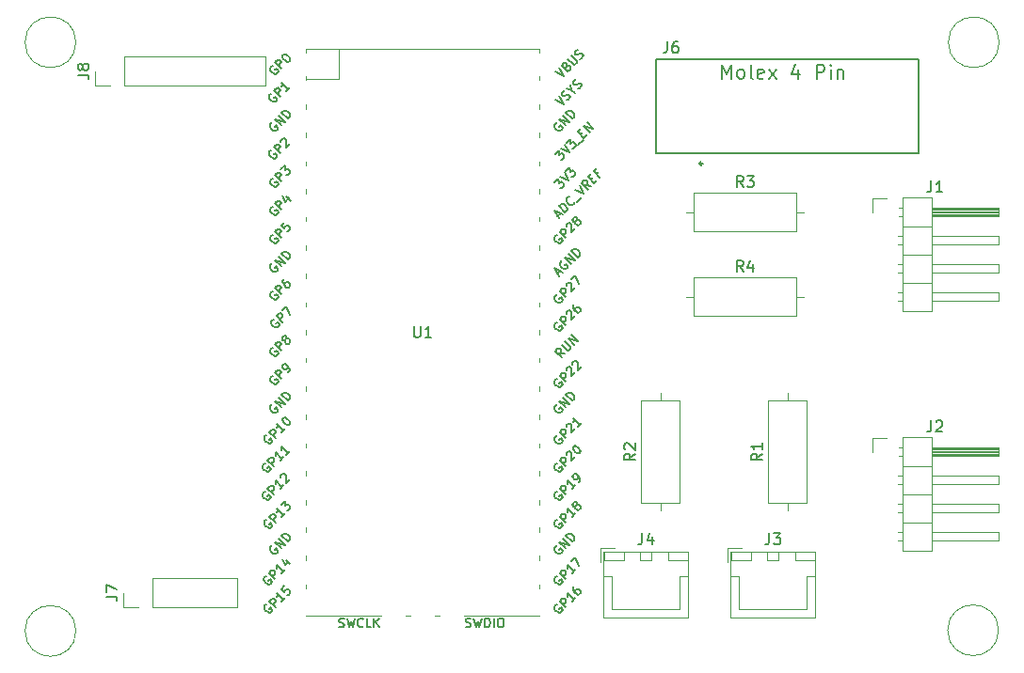
<source format=gbr>
%TF.GenerationSoftware,KiCad,Pcbnew,(5.1.7)-1*%
%TF.CreationDate,2021-05-11T21:19:05+01:00*%
%TF.ProjectId,flowcontrol-v0.1,666c6f77-636f-46e7-9472-6f6c2d76302e,rev?*%
%TF.SameCoordinates,Original*%
%TF.FileFunction,Legend,Top*%
%TF.FilePolarity,Positive*%
%FSLAX46Y46*%
G04 Gerber Fmt 4.6, Leading zero omitted, Abs format (unit mm)*
G04 Created by KiCad (PCBNEW (5.1.7)-1) date 2021-05-11 21:19:05*
%MOMM*%
%LPD*%
G01*
G04 APERTURE LIST*
%ADD10C,0.120000*%
%ADD11C,0.250000*%
%ADD12C,0.150000*%
G04 APERTURE END LIST*
D10*
%TO.C,REF\u002A\u002A*%
X213360000Y-90106500D02*
G75*
G03*
X213360000Y-90106500I-2286000J0D01*
G01*
X213296500Y-143065500D02*
G75*
G03*
X213296500Y-143065500I-2286000J0D01*
G01*
X130302000Y-143129000D02*
G75*
G03*
X130302000Y-143129000I-2286000J0D01*
G01*
X130302000Y-90106500D02*
G75*
G03*
X130302000Y-90106500I-2286000J0D01*
G01*
%TO.C,J1*%
X204640000Y-104080000D02*
X204640000Y-114360000D01*
X204640000Y-114360000D02*
X207300000Y-114360000D01*
X207300000Y-114360000D02*
X207300000Y-104080000D01*
X207300000Y-104080000D02*
X204640000Y-104080000D01*
X207300000Y-105030000D02*
X213300000Y-105030000D01*
X213300000Y-105030000D02*
X213300000Y-105790000D01*
X213300000Y-105790000D02*
X207300000Y-105790000D01*
X207300000Y-105090000D02*
X213300000Y-105090000D01*
X207300000Y-105210000D02*
X213300000Y-105210000D01*
X207300000Y-105330000D02*
X213300000Y-105330000D01*
X207300000Y-105450000D02*
X213300000Y-105450000D01*
X207300000Y-105570000D02*
X213300000Y-105570000D01*
X207300000Y-105690000D02*
X213300000Y-105690000D01*
X204310000Y-105030000D02*
X204640000Y-105030000D01*
X204310000Y-105790000D02*
X204640000Y-105790000D01*
X204640000Y-106680000D02*
X207300000Y-106680000D01*
X207300000Y-107570000D02*
X213300000Y-107570000D01*
X213300000Y-107570000D02*
X213300000Y-108330000D01*
X213300000Y-108330000D02*
X207300000Y-108330000D01*
X204242929Y-107570000D02*
X204640000Y-107570000D01*
X204242929Y-108330000D02*
X204640000Y-108330000D01*
X204640000Y-109220000D02*
X207300000Y-109220000D01*
X207300000Y-110110000D02*
X213300000Y-110110000D01*
X213300000Y-110110000D02*
X213300000Y-110870000D01*
X213300000Y-110870000D02*
X207300000Y-110870000D01*
X204242929Y-110110000D02*
X204640000Y-110110000D01*
X204242929Y-110870000D02*
X204640000Y-110870000D01*
X204640000Y-111760000D02*
X207300000Y-111760000D01*
X207300000Y-112650000D02*
X213300000Y-112650000D01*
X213300000Y-112650000D02*
X213300000Y-113410000D01*
X213300000Y-113410000D02*
X207300000Y-113410000D01*
X204242929Y-112650000D02*
X204640000Y-112650000D01*
X204242929Y-113410000D02*
X204640000Y-113410000D01*
X201930000Y-105410000D02*
X201930000Y-104140000D01*
X201930000Y-104140000D02*
X203200000Y-104140000D01*
%TO.C,J2*%
X201930000Y-125730000D02*
X203200000Y-125730000D01*
X201930000Y-127000000D02*
X201930000Y-125730000D01*
X204242929Y-135000000D02*
X204640000Y-135000000D01*
X204242929Y-134240000D02*
X204640000Y-134240000D01*
X213300000Y-135000000D02*
X207300000Y-135000000D01*
X213300000Y-134240000D02*
X213300000Y-135000000D01*
X207300000Y-134240000D02*
X213300000Y-134240000D01*
X204640000Y-133350000D02*
X207300000Y-133350000D01*
X204242929Y-132460000D02*
X204640000Y-132460000D01*
X204242929Y-131700000D02*
X204640000Y-131700000D01*
X213300000Y-132460000D02*
X207300000Y-132460000D01*
X213300000Y-131700000D02*
X213300000Y-132460000D01*
X207300000Y-131700000D02*
X213300000Y-131700000D01*
X204640000Y-130810000D02*
X207300000Y-130810000D01*
X204242929Y-129920000D02*
X204640000Y-129920000D01*
X204242929Y-129160000D02*
X204640000Y-129160000D01*
X213300000Y-129920000D02*
X207300000Y-129920000D01*
X213300000Y-129160000D02*
X213300000Y-129920000D01*
X207300000Y-129160000D02*
X213300000Y-129160000D01*
X204640000Y-128270000D02*
X207300000Y-128270000D01*
X204310000Y-127380000D02*
X204640000Y-127380000D01*
X204310000Y-126620000D02*
X204640000Y-126620000D01*
X207300000Y-127280000D02*
X213300000Y-127280000D01*
X207300000Y-127160000D02*
X213300000Y-127160000D01*
X207300000Y-127040000D02*
X213300000Y-127040000D01*
X207300000Y-126920000D02*
X213300000Y-126920000D01*
X207300000Y-126800000D02*
X213300000Y-126800000D01*
X207300000Y-126680000D02*
X213300000Y-126680000D01*
X213300000Y-127380000D02*
X207300000Y-127380000D01*
X213300000Y-126620000D02*
X213300000Y-127380000D01*
X207300000Y-126620000D02*
X213300000Y-126620000D01*
X207300000Y-125670000D02*
X204640000Y-125670000D01*
X207300000Y-135950000D02*
X207300000Y-125670000D01*
X204640000Y-135950000D02*
X207300000Y-135950000D01*
X204640000Y-125670000D02*
X204640000Y-135950000D01*
%TO.C,J3*%
X188920000Y-135680000D02*
X188920000Y-136930000D01*
X190170000Y-135680000D02*
X188920000Y-135680000D01*
X196070000Y-141180000D02*
X193020000Y-141180000D01*
X196070000Y-138230000D02*
X196070000Y-141180000D01*
X196820000Y-138230000D02*
X196070000Y-138230000D01*
X189970000Y-141180000D02*
X193020000Y-141180000D01*
X189970000Y-138230000D02*
X189970000Y-141180000D01*
X189220000Y-138230000D02*
X189970000Y-138230000D01*
X196820000Y-135980000D02*
X195020000Y-135980000D01*
X196820000Y-136730000D02*
X196820000Y-135980000D01*
X195020000Y-136730000D02*
X196820000Y-136730000D01*
X195020000Y-135980000D02*
X195020000Y-136730000D01*
X191020000Y-135980000D02*
X189220000Y-135980000D01*
X191020000Y-136730000D02*
X191020000Y-135980000D01*
X189220000Y-136730000D02*
X191020000Y-136730000D01*
X189220000Y-135980000D02*
X189220000Y-136730000D01*
X193520000Y-135980000D02*
X192520000Y-135980000D01*
X193520000Y-136730000D02*
X193520000Y-135980000D01*
X192520000Y-136730000D02*
X193520000Y-136730000D01*
X192520000Y-135980000D02*
X192520000Y-136730000D01*
X196830000Y-135970000D02*
X189210000Y-135970000D01*
X196830000Y-141940000D02*
X196830000Y-135970000D01*
X189210000Y-141940000D02*
X196830000Y-141940000D01*
X189210000Y-135970000D02*
X189210000Y-141940000D01*
%TO.C,J4*%
X177490000Y-135680000D02*
X177490000Y-136930000D01*
X178740000Y-135680000D02*
X177490000Y-135680000D01*
X184640000Y-141180000D02*
X181590000Y-141180000D01*
X184640000Y-138230000D02*
X184640000Y-141180000D01*
X185390000Y-138230000D02*
X184640000Y-138230000D01*
X178540000Y-141180000D02*
X181590000Y-141180000D01*
X178540000Y-138230000D02*
X178540000Y-141180000D01*
X177790000Y-138230000D02*
X178540000Y-138230000D01*
X185390000Y-135980000D02*
X183590000Y-135980000D01*
X185390000Y-136730000D02*
X185390000Y-135980000D01*
X183590000Y-136730000D02*
X185390000Y-136730000D01*
X183590000Y-135980000D02*
X183590000Y-136730000D01*
X179590000Y-135980000D02*
X177790000Y-135980000D01*
X179590000Y-136730000D02*
X179590000Y-135980000D01*
X177790000Y-136730000D02*
X179590000Y-136730000D01*
X177790000Y-135980000D02*
X177790000Y-136730000D01*
X182090000Y-135980000D02*
X181090000Y-135980000D01*
X182090000Y-136730000D02*
X182090000Y-135980000D01*
X181090000Y-136730000D02*
X182090000Y-136730000D01*
X181090000Y-135980000D02*
X181090000Y-136730000D01*
X185400000Y-135970000D02*
X177780000Y-135970000D01*
X185400000Y-141940000D02*
X185400000Y-135970000D01*
X177780000Y-141940000D02*
X185400000Y-141940000D01*
X177780000Y-135970000D02*
X177780000Y-141940000D01*
D11*
%TO.C,J6*%
X186660000Y-101035000D02*
G75*
G03*
X186660000Y-101035000I-125000J0D01*
G01*
D12*
X206130000Y-100125000D02*
X182490000Y-100125000D01*
X206130000Y-91645002D02*
X206130000Y-100125000D01*
X182490000Y-91645002D02*
X206130000Y-91645002D01*
X182490000Y-100125000D02*
X182490000Y-91645002D01*
D10*
%TO.C,J7*%
X134560000Y-141030000D02*
X134560000Y-139700000D01*
X135890000Y-141030000D02*
X134560000Y-141030000D01*
X137160000Y-141030000D02*
X137160000Y-138370000D01*
X137160000Y-138370000D02*
X144840000Y-138370000D01*
X137160000Y-141030000D02*
X144840000Y-141030000D01*
X144840000Y-141030000D02*
X144840000Y-138370000D01*
%TO.C,J8*%
X147380000Y-94040000D02*
X147380000Y-91380000D01*
X134620000Y-94040000D02*
X147380000Y-94040000D01*
X134620000Y-91380000D02*
X147380000Y-91380000D01*
X134620000Y-94040000D02*
X134620000Y-91380000D01*
X133350000Y-94040000D02*
X132020000Y-94040000D01*
X132020000Y-94040000D02*
X132020000Y-92710000D01*
%TO.C,R1*%
X192590000Y-131620000D02*
X196030000Y-131620000D01*
X196030000Y-131620000D02*
X196030000Y-122380000D01*
X196030000Y-122380000D02*
X192590000Y-122380000D01*
X192590000Y-122380000D02*
X192590000Y-131620000D01*
X194310000Y-132310000D02*
X194310000Y-131620000D01*
X194310000Y-121690000D02*
X194310000Y-122380000D01*
%TO.C,R2*%
X181160000Y-131620000D02*
X184600000Y-131620000D01*
X184600000Y-131620000D02*
X184600000Y-122380000D01*
X184600000Y-122380000D02*
X181160000Y-122380000D01*
X181160000Y-122380000D02*
X181160000Y-131620000D01*
X182880000Y-132310000D02*
X182880000Y-131620000D01*
X182880000Y-121690000D02*
X182880000Y-122380000D01*
%TO.C,R3*%
X195810000Y-105410000D02*
X195120000Y-105410000D01*
X185190000Y-105410000D02*
X185880000Y-105410000D01*
X195120000Y-103690000D02*
X185880000Y-103690000D01*
X195120000Y-107130000D02*
X195120000Y-103690000D01*
X185880000Y-107130000D02*
X195120000Y-107130000D01*
X185880000Y-103690000D02*
X185880000Y-107130000D01*
%TO.C,R4*%
X195810000Y-113030000D02*
X195120000Y-113030000D01*
X185190000Y-113030000D02*
X185880000Y-113030000D01*
X195120000Y-111310000D02*
X185880000Y-111310000D01*
X195120000Y-114750000D02*
X195120000Y-111310000D01*
X185880000Y-114750000D02*
X195120000Y-114750000D01*
X185880000Y-111310000D02*
X185880000Y-114750000D01*
%TO.C,U1*%
X162575000Y-141730001D02*
X162975000Y-141730001D01*
X159975000Y-141730001D02*
X160375000Y-141730001D01*
X171975000Y-141730001D02*
X165175000Y-141730001D01*
X171975000Y-131330001D02*
X171975000Y-131730001D01*
X171975000Y-123630001D02*
X171975000Y-124030001D01*
X171975000Y-98230001D02*
X171975000Y-98630001D01*
X171975000Y-90730001D02*
X171975000Y-91030001D01*
X171975000Y-113530001D02*
X171975000Y-113930001D01*
X171975000Y-128730001D02*
X171975000Y-129130001D01*
X171975000Y-108430001D02*
X171975000Y-108830001D01*
X171975000Y-103330001D02*
X171975000Y-103730001D01*
X171975000Y-116030001D02*
X171975000Y-116430001D01*
X171975000Y-121130001D02*
X171975000Y-121530001D01*
X171975000Y-136330001D02*
X171975000Y-136730001D01*
X171975000Y-138930001D02*
X171975000Y-139330001D01*
X171975000Y-133830001D02*
X171975000Y-134230001D01*
X171975000Y-100830001D02*
X171975000Y-101230001D01*
X171975000Y-93130001D02*
X171975000Y-93530001D01*
X171975000Y-95730001D02*
X171975000Y-96130001D01*
X171975000Y-126230001D02*
X171975000Y-126630001D01*
X171975000Y-118530001D02*
X171975000Y-118930001D01*
X171975000Y-110930001D02*
X171975000Y-111330001D01*
X171975000Y-105830001D02*
X171975000Y-106230001D01*
X150975000Y-138930001D02*
X150975000Y-139330001D01*
X150975000Y-136330001D02*
X150975000Y-136730001D01*
X150975000Y-133830001D02*
X150975000Y-134230001D01*
X150975000Y-131330001D02*
X150975000Y-131730001D01*
X150975000Y-128730001D02*
X150975000Y-129130001D01*
X150975000Y-126230001D02*
X150975000Y-126630001D01*
X150975000Y-123630001D02*
X150975000Y-124030001D01*
X150975000Y-121130001D02*
X150975000Y-121530001D01*
X150975000Y-118530001D02*
X150975000Y-118930001D01*
X150975000Y-116030001D02*
X150975000Y-116430001D01*
X150975000Y-113530001D02*
X150975000Y-113930001D01*
X150975000Y-110930001D02*
X150975000Y-111330001D01*
X150975000Y-108430001D02*
X150975000Y-108830001D01*
X150975000Y-105830001D02*
X150975000Y-106230001D01*
X150975000Y-103330001D02*
X150975000Y-103730001D01*
X150975000Y-100830001D02*
X150975000Y-101230001D01*
X150975000Y-98230001D02*
X150975000Y-98630001D01*
X150975000Y-95730001D02*
X150975000Y-96130001D01*
X150975000Y-93130001D02*
X150975000Y-93530001D01*
X150975000Y-90730001D02*
X150975000Y-91030001D01*
X153982000Y-93397001D02*
X153982000Y-90730001D01*
X150975000Y-93397001D02*
X153982000Y-93397001D01*
X157775000Y-141730001D02*
X150975000Y-141730001D01*
X150975000Y-90730001D02*
X171975000Y-90730001D01*
%TO.C,J1*%
D12*
X207251666Y-102592380D02*
X207251666Y-103306666D01*
X207204047Y-103449523D01*
X207108809Y-103544761D01*
X206965952Y-103592380D01*
X206870714Y-103592380D01*
X208251666Y-103592380D02*
X207680238Y-103592380D01*
X207965952Y-103592380D02*
X207965952Y-102592380D01*
X207870714Y-102735238D01*
X207775476Y-102830476D01*
X207680238Y-102878095D01*
%TO.C,J2*%
X207251666Y-124182380D02*
X207251666Y-124896666D01*
X207204047Y-125039523D01*
X207108809Y-125134761D01*
X206965952Y-125182380D01*
X206870714Y-125182380D01*
X207680238Y-124277619D02*
X207727857Y-124230000D01*
X207823095Y-124182380D01*
X208061190Y-124182380D01*
X208156428Y-124230000D01*
X208204047Y-124277619D01*
X208251666Y-124372857D01*
X208251666Y-124468095D01*
X208204047Y-124610952D01*
X207632619Y-125182380D01*
X208251666Y-125182380D01*
%TO.C,J3*%
X192686666Y-134332380D02*
X192686666Y-135046666D01*
X192639047Y-135189523D01*
X192543809Y-135284761D01*
X192400952Y-135332380D01*
X192305714Y-135332380D01*
X193067619Y-134332380D02*
X193686666Y-134332380D01*
X193353333Y-134713333D01*
X193496190Y-134713333D01*
X193591428Y-134760952D01*
X193639047Y-134808571D01*
X193686666Y-134903809D01*
X193686666Y-135141904D01*
X193639047Y-135237142D01*
X193591428Y-135284761D01*
X193496190Y-135332380D01*
X193210476Y-135332380D01*
X193115238Y-135284761D01*
X193067619Y-135237142D01*
%TO.C,J4*%
X181256666Y-134332380D02*
X181256666Y-135046666D01*
X181209047Y-135189523D01*
X181113809Y-135284761D01*
X180970952Y-135332380D01*
X180875714Y-135332380D01*
X182161428Y-134665714D02*
X182161428Y-135332380D01*
X181923333Y-134284761D02*
X181685238Y-134999047D01*
X182304285Y-134999047D01*
%TO.C,J6*%
X183506309Y-90062380D02*
X183506309Y-90776666D01*
X183458690Y-90919523D01*
X183363452Y-91014761D01*
X183220595Y-91062380D01*
X183125357Y-91062380D01*
X184411071Y-90062380D02*
X184220595Y-90062380D01*
X184125357Y-90110000D01*
X184077738Y-90157619D01*
X183982500Y-90300476D01*
X183934880Y-90490952D01*
X183934880Y-90871904D01*
X183982500Y-90967142D01*
X184030119Y-91014761D01*
X184125357Y-91062380D01*
X184315833Y-91062380D01*
X184411071Y-91014761D01*
X184458690Y-90967142D01*
X184506309Y-90871904D01*
X184506309Y-90633809D01*
X184458690Y-90538571D01*
X184411071Y-90490952D01*
X184315833Y-90443333D01*
X184125357Y-90443333D01*
X184030119Y-90490952D01*
X183982500Y-90538571D01*
X183934880Y-90633809D01*
X188396903Y-93389522D02*
X188396903Y-92119522D01*
X188820237Y-93026665D01*
X189243570Y-92119522D01*
X189243570Y-93389522D01*
X190029760Y-93389522D02*
X189908808Y-93329046D01*
X189848332Y-93268570D01*
X189787856Y-93147618D01*
X189787856Y-92784760D01*
X189848332Y-92663808D01*
X189908808Y-92603332D01*
X190029760Y-92542856D01*
X190211189Y-92542856D01*
X190332141Y-92603332D01*
X190392618Y-92663808D01*
X190453094Y-92784760D01*
X190453094Y-93147618D01*
X190392618Y-93268570D01*
X190332141Y-93329046D01*
X190211189Y-93389522D01*
X190029760Y-93389522D01*
X191178808Y-93389522D02*
X191057856Y-93329046D01*
X190997379Y-93208094D01*
X190997379Y-92119522D01*
X192146427Y-93329046D02*
X192025475Y-93389522D01*
X191783570Y-93389522D01*
X191662618Y-93329046D01*
X191602141Y-93208094D01*
X191602141Y-92724284D01*
X191662618Y-92603332D01*
X191783570Y-92542856D01*
X192025475Y-92542856D01*
X192146427Y-92603332D01*
X192206903Y-92724284D01*
X192206903Y-92845237D01*
X191602141Y-92966189D01*
X192630237Y-93389522D02*
X193295475Y-92542856D01*
X192630237Y-92542856D02*
X193295475Y-93389522D01*
X195291189Y-92542856D02*
X195291189Y-93389522D01*
X194988808Y-92059046D02*
X194686427Y-92966189D01*
X195472618Y-92966189D01*
X196924046Y-93389522D02*
X196924046Y-92119522D01*
X197407856Y-92119522D01*
X197528808Y-92179999D01*
X197589284Y-92240475D01*
X197649760Y-92361427D01*
X197649760Y-92542856D01*
X197589284Y-92663808D01*
X197528808Y-92724284D01*
X197407856Y-92784760D01*
X196924046Y-92784760D01*
X198194046Y-93389522D02*
X198194046Y-92542856D01*
X198194046Y-92119522D02*
X198133570Y-92179999D01*
X198194046Y-92240475D01*
X198254522Y-92179999D01*
X198194046Y-92119522D01*
X198194046Y-92240475D01*
X198798808Y-92542856D02*
X198798808Y-93389522D01*
X198798808Y-92663808D02*
X198859284Y-92603332D01*
X198980237Y-92542856D01*
X199161665Y-92542856D01*
X199282618Y-92603332D01*
X199343094Y-92724284D01*
X199343094Y-93389522D01*
%TO.C,J7*%
X133012380Y-140033333D02*
X133726666Y-140033333D01*
X133869523Y-140080952D01*
X133964761Y-140176190D01*
X134012380Y-140319047D01*
X134012380Y-140414285D01*
X133012380Y-139652380D02*
X133012380Y-138985714D01*
X134012380Y-139414285D01*
%TO.C,J8*%
X130472380Y-93043333D02*
X131186666Y-93043333D01*
X131329523Y-93090952D01*
X131424761Y-93186190D01*
X131472380Y-93329047D01*
X131472380Y-93424285D01*
X130900952Y-92424285D02*
X130853333Y-92519523D01*
X130805714Y-92567142D01*
X130710476Y-92614761D01*
X130662857Y-92614761D01*
X130567619Y-92567142D01*
X130520000Y-92519523D01*
X130472380Y-92424285D01*
X130472380Y-92233809D01*
X130520000Y-92138571D01*
X130567619Y-92090952D01*
X130662857Y-92043333D01*
X130710476Y-92043333D01*
X130805714Y-92090952D01*
X130853333Y-92138571D01*
X130900952Y-92233809D01*
X130900952Y-92424285D01*
X130948571Y-92519523D01*
X130996190Y-92567142D01*
X131091428Y-92614761D01*
X131281904Y-92614761D01*
X131377142Y-92567142D01*
X131424761Y-92519523D01*
X131472380Y-92424285D01*
X131472380Y-92233809D01*
X131424761Y-92138571D01*
X131377142Y-92090952D01*
X131281904Y-92043333D01*
X131091428Y-92043333D01*
X130996190Y-92090952D01*
X130948571Y-92138571D01*
X130900952Y-92233809D01*
%TO.C,R1*%
X192042380Y-127166666D02*
X191566190Y-127500000D01*
X192042380Y-127738095D02*
X191042380Y-127738095D01*
X191042380Y-127357142D01*
X191090000Y-127261904D01*
X191137619Y-127214285D01*
X191232857Y-127166666D01*
X191375714Y-127166666D01*
X191470952Y-127214285D01*
X191518571Y-127261904D01*
X191566190Y-127357142D01*
X191566190Y-127738095D01*
X192042380Y-126214285D02*
X192042380Y-126785714D01*
X192042380Y-126500000D02*
X191042380Y-126500000D01*
X191185238Y-126595238D01*
X191280476Y-126690476D01*
X191328095Y-126785714D01*
%TO.C,R2*%
X180612380Y-127166666D02*
X180136190Y-127500000D01*
X180612380Y-127738095D02*
X179612380Y-127738095D01*
X179612380Y-127357142D01*
X179660000Y-127261904D01*
X179707619Y-127214285D01*
X179802857Y-127166666D01*
X179945714Y-127166666D01*
X180040952Y-127214285D01*
X180088571Y-127261904D01*
X180136190Y-127357142D01*
X180136190Y-127738095D01*
X179707619Y-126785714D02*
X179660000Y-126738095D01*
X179612380Y-126642857D01*
X179612380Y-126404761D01*
X179660000Y-126309523D01*
X179707619Y-126261904D01*
X179802857Y-126214285D01*
X179898095Y-126214285D01*
X180040952Y-126261904D01*
X180612380Y-126833333D01*
X180612380Y-126214285D01*
%TO.C,R3*%
X190333333Y-103142380D02*
X190000000Y-102666190D01*
X189761904Y-103142380D02*
X189761904Y-102142380D01*
X190142857Y-102142380D01*
X190238095Y-102190000D01*
X190285714Y-102237619D01*
X190333333Y-102332857D01*
X190333333Y-102475714D01*
X190285714Y-102570952D01*
X190238095Y-102618571D01*
X190142857Y-102666190D01*
X189761904Y-102666190D01*
X190666666Y-102142380D02*
X191285714Y-102142380D01*
X190952380Y-102523333D01*
X191095238Y-102523333D01*
X191190476Y-102570952D01*
X191238095Y-102618571D01*
X191285714Y-102713809D01*
X191285714Y-102951904D01*
X191238095Y-103047142D01*
X191190476Y-103094761D01*
X191095238Y-103142380D01*
X190809523Y-103142380D01*
X190714285Y-103094761D01*
X190666666Y-103047142D01*
%TO.C,R4*%
X190333333Y-110762380D02*
X190000000Y-110286190D01*
X189761904Y-110762380D02*
X189761904Y-109762380D01*
X190142857Y-109762380D01*
X190238095Y-109810000D01*
X190285714Y-109857619D01*
X190333333Y-109952857D01*
X190333333Y-110095714D01*
X190285714Y-110190952D01*
X190238095Y-110238571D01*
X190142857Y-110286190D01*
X189761904Y-110286190D01*
X191190476Y-110095714D02*
X191190476Y-110762380D01*
X190952380Y-109714761D02*
X190714285Y-110429047D01*
X191333333Y-110429047D01*
%TO.C,U1*%
X160713095Y-115682381D02*
X160713095Y-116491905D01*
X160760714Y-116587143D01*
X160808333Y-116634762D01*
X160903571Y-116682381D01*
X161094047Y-116682381D01*
X161189285Y-116634762D01*
X161236904Y-116587143D01*
X161284523Y-116491905D01*
X161284523Y-115682381D01*
X162284523Y-116682381D02*
X161713095Y-116682381D01*
X161998809Y-116682381D02*
X161998809Y-115682381D01*
X161903571Y-115825239D01*
X161808333Y-115920477D01*
X161713095Y-115968096D01*
X165379761Y-142753810D02*
X165494047Y-142791905D01*
X165684523Y-142791905D01*
X165760714Y-142753810D01*
X165798809Y-142715715D01*
X165836904Y-142639524D01*
X165836904Y-142563334D01*
X165798809Y-142487143D01*
X165760714Y-142449048D01*
X165684523Y-142410953D01*
X165532142Y-142372858D01*
X165455952Y-142334762D01*
X165417857Y-142296667D01*
X165379761Y-142220477D01*
X165379761Y-142144286D01*
X165417857Y-142068096D01*
X165455952Y-142030001D01*
X165532142Y-141991905D01*
X165722619Y-141991905D01*
X165836904Y-142030001D01*
X166103571Y-141991905D02*
X166294047Y-142791905D01*
X166446428Y-142220477D01*
X166598809Y-142791905D01*
X166789285Y-141991905D01*
X167094047Y-142791905D02*
X167094047Y-141991905D01*
X167284523Y-141991905D01*
X167398809Y-142030001D01*
X167475000Y-142106191D01*
X167513095Y-142182381D01*
X167551190Y-142334762D01*
X167551190Y-142449048D01*
X167513095Y-142601429D01*
X167475000Y-142677620D01*
X167398809Y-142753810D01*
X167284523Y-142791905D01*
X167094047Y-142791905D01*
X167894047Y-142791905D02*
X167894047Y-141991905D01*
X168427380Y-141991905D02*
X168579761Y-141991905D01*
X168655952Y-142030001D01*
X168732142Y-142106191D01*
X168770238Y-142258572D01*
X168770238Y-142525239D01*
X168732142Y-142677620D01*
X168655952Y-142753810D01*
X168579761Y-142791905D01*
X168427380Y-142791905D01*
X168351190Y-142753810D01*
X168275000Y-142677620D01*
X168236904Y-142525239D01*
X168236904Y-142258572D01*
X168275000Y-142106191D01*
X168351190Y-142030001D01*
X168427380Y-141991905D01*
X153965476Y-142753810D02*
X154079761Y-142791905D01*
X154270238Y-142791905D01*
X154346428Y-142753810D01*
X154384523Y-142715715D01*
X154422619Y-142639524D01*
X154422619Y-142563334D01*
X154384523Y-142487143D01*
X154346428Y-142449048D01*
X154270238Y-142410953D01*
X154117857Y-142372858D01*
X154041666Y-142334762D01*
X154003571Y-142296667D01*
X153965476Y-142220477D01*
X153965476Y-142144286D01*
X154003571Y-142068096D01*
X154041666Y-142030001D01*
X154117857Y-141991905D01*
X154308333Y-141991905D01*
X154422619Y-142030001D01*
X154689285Y-141991905D02*
X154879761Y-142791905D01*
X155032142Y-142220477D01*
X155184523Y-142791905D01*
X155375000Y-141991905D01*
X156136904Y-142715715D02*
X156098809Y-142753810D01*
X155984523Y-142791905D01*
X155908333Y-142791905D01*
X155794047Y-142753810D01*
X155717857Y-142677620D01*
X155679761Y-142601429D01*
X155641666Y-142449048D01*
X155641666Y-142334762D01*
X155679761Y-142182381D01*
X155717857Y-142106191D01*
X155794047Y-142030001D01*
X155908333Y-141991905D01*
X155984523Y-141991905D01*
X156098809Y-142030001D01*
X156136904Y-142068096D01*
X156860714Y-142791905D02*
X156479761Y-142791905D01*
X156479761Y-141991905D01*
X157127380Y-142791905D02*
X157127380Y-141991905D01*
X157584523Y-142791905D02*
X157241666Y-142334762D01*
X157584523Y-141991905D02*
X157127380Y-142449048D01*
X173626597Y-110970965D02*
X173895971Y-110701591D01*
X173734346Y-111186464D02*
X173357223Y-110432217D01*
X174111470Y-110809341D01*
X174057595Y-109785720D02*
X173976783Y-109812657D01*
X173895971Y-109893469D01*
X173842096Y-110001219D01*
X173842096Y-110108968D01*
X173869033Y-110189781D01*
X173949845Y-110324468D01*
X174030658Y-110405280D01*
X174165345Y-110486092D01*
X174246157Y-110513029D01*
X174353906Y-110513029D01*
X174461656Y-110459155D01*
X174515531Y-110405280D01*
X174569406Y-110297530D01*
X174569406Y-110243655D01*
X174380844Y-110055094D01*
X174273094Y-110162843D01*
X174865717Y-110055094D02*
X174300032Y-109489408D01*
X175188966Y-109731845D01*
X174623280Y-109166159D01*
X175458340Y-109462471D02*
X174892654Y-108896785D01*
X175027341Y-108762098D01*
X175135091Y-108708224D01*
X175242841Y-108708224D01*
X175323653Y-108735161D01*
X175458340Y-108815973D01*
X175539152Y-108896785D01*
X175619964Y-109031472D01*
X175646902Y-109112285D01*
X175646902Y-109220034D01*
X175593027Y-109327784D01*
X175458340Y-109462471D01*
X173561158Y-97328156D02*
X173480346Y-97355094D01*
X173399534Y-97435906D01*
X173345659Y-97543655D01*
X173345659Y-97651405D01*
X173372597Y-97732217D01*
X173453409Y-97866904D01*
X173534221Y-97947716D01*
X173668908Y-98028529D01*
X173749720Y-98055466D01*
X173857470Y-98055466D01*
X173965219Y-98001591D01*
X174019094Y-97947716D01*
X174072969Y-97839967D01*
X174072969Y-97786092D01*
X173884407Y-97597530D01*
X173776658Y-97705280D01*
X174369280Y-97597530D02*
X173803595Y-97031845D01*
X174692529Y-97274281D01*
X174126844Y-96708596D01*
X174961903Y-97004907D02*
X174396218Y-96439222D01*
X174530905Y-96304535D01*
X174638654Y-96250660D01*
X174746404Y-96250660D01*
X174827216Y-96277598D01*
X174961903Y-96358410D01*
X175042715Y-96439222D01*
X175123528Y-96573909D01*
X175150465Y-96654721D01*
X175150465Y-96762471D01*
X175096590Y-96870220D01*
X174961903Y-97004907D01*
X173561158Y-122728156D02*
X173480346Y-122755094D01*
X173399534Y-122835906D01*
X173345659Y-122943655D01*
X173345659Y-123051405D01*
X173372597Y-123132217D01*
X173453409Y-123266904D01*
X173534221Y-123347716D01*
X173668908Y-123428529D01*
X173749720Y-123455466D01*
X173857470Y-123455466D01*
X173965219Y-123401591D01*
X174019094Y-123347716D01*
X174072969Y-123239967D01*
X174072969Y-123186092D01*
X173884407Y-122997530D01*
X173776658Y-123105280D01*
X174369280Y-122997530D02*
X173803595Y-122431845D01*
X174692529Y-122674281D01*
X174126844Y-122108596D01*
X174961903Y-122404907D02*
X174396218Y-121839222D01*
X174530905Y-121704535D01*
X174638654Y-121650660D01*
X174746404Y-121650660D01*
X174827216Y-121677598D01*
X174961903Y-121758410D01*
X175042715Y-121839222D01*
X175123528Y-121973909D01*
X175150465Y-122054721D01*
X175150465Y-122162471D01*
X175096590Y-122270220D01*
X174961903Y-122404907D01*
X173561158Y-135428156D02*
X173480346Y-135455094D01*
X173399534Y-135535906D01*
X173345659Y-135643655D01*
X173345659Y-135751405D01*
X173372597Y-135832217D01*
X173453409Y-135966904D01*
X173534221Y-136047716D01*
X173668908Y-136128529D01*
X173749720Y-136155466D01*
X173857470Y-136155466D01*
X173965219Y-136101591D01*
X174019094Y-136047716D01*
X174072969Y-135939967D01*
X174072969Y-135886092D01*
X173884407Y-135697530D01*
X173776658Y-135805280D01*
X174369280Y-135697530D02*
X173803595Y-135131845D01*
X174692529Y-135374281D01*
X174126844Y-134808596D01*
X174961903Y-135104907D02*
X174396218Y-134539222D01*
X174530905Y-134404535D01*
X174638654Y-134350660D01*
X174746404Y-134350660D01*
X174827216Y-134377598D01*
X174961903Y-134458410D01*
X175042715Y-134539222D01*
X175123528Y-134673909D01*
X175150465Y-134754721D01*
X175150465Y-134862471D01*
X175096590Y-134970220D01*
X174961903Y-135104907D01*
X147961158Y-135428156D02*
X147880346Y-135455094D01*
X147799534Y-135535906D01*
X147745659Y-135643655D01*
X147745659Y-135751405D01*
X147772597Y-135832217D01*
X147853409Y-135966904D01*
X147934221Y-136047716D01*
X148068908Y-136128529D01*
X148149720Y-136155466D01*
X148257470Y-136155466D01*
X148365219Y-136101591D01*
X148419094Y-136047716D01*
X148472969Y-135939967D01*
X148472969Y-135886092D01*
X148284407Y-135697530D01*
X148176658Y-135805280D01*
X148769280Y-135697530D02*
X148203595Y-135131845D01*
X149092529Y-135374281D01*
X148526844Y-134808596D01*
X149361903Y-135104907D02*
X148796218Y-134539222D01*
X148930905Y-134404535D01*
X149038654Y-134350660D01*
X149146404Y-134350660D01*
X149227216Y-134377598D01*
X149361903Y-134458410D01*
X149442715Y-134539222D01*
X149523528Y-134673909D01*
X149550465Y-134754721D01*
X149550465Y-134862471D01*
X149496590Y-134970220D01*
X149361903Y-135104907D01*
X147961158Y-122728156D02*
X147880346Y-122755094D01*
X147799534Y-122835906D01*
X147745659Y-122943655D01*
X147745659Y-123051405D01*
X147772597Y-123132217D01*
X147853409Y-123266904D01*
X147934221Y-123347716D01*
X148068908Y-123428529D01*
X148149720Y-123455466D01*
X148257470Y-123455466D01*
X148365219Y-123401591D01*
X148419094Y-123347716D01*
X148472969Y-123239967D01*
X148472969Y-123186092D01*
X148284407Y-122997530D01*
X148176658Y-123105280D01*
X148769280Y-122997530D02*
X148203595Y-122431845D01*
X149092529Y-122674281D01*
X148526844Y-122108596D01*
X149361903Y-122404907D02*
X148796218Y-121839222D01*
X148930905Y-121704535D01*
X149038654Y-121650660D01*
X149146404Y-121650660D01*
X149227216Y-121677598D01*
X149361903Y-121758410D01*
X149442715Y-121839222D01*
X149523528Y-121973909D01*
X149550465Y-122054721D01*
X149550465Y-122162471D01*
X149496590Y-122270220D01*
X149361903Y-122404907D01*
X147961158Y-110028156D02*
X147880346Y-110055094D01*
X147799534Y-110135906D01*
X147745659Y-110243655D01*
X147745659Y-110351405D01*
X147772597Y-110432217D01*
X147853409Y-110566904D01*
X147934221Y-110647716D01*
X148068908Y-110728529D01*
X148149720Y-110755466D01*
X148257470Y-110755466D01*
X148365219Y-110701591D01*
X148419094Y-110647716D01*
X148472969Y-110539967D01*
X148472969Y-110486092D01*
X148284407Y-110297530D01*
X148176658Y-110405280D01*
X148769280Y-110297530D02*
X148203595Y-109731845D01*
X149092529Y-109974281D01*
X148526844Y-109408596D01*
X149361903Y-109704907D02*
X148796218Y-109139222D01*
X148930905Y-109004535D01*
X149038654Y-108950660D01*
X149146404Y-108950660D01*
X149227216Y-108977598D01*
X149361903Y-109058410D01*
X149442715Y-109139222D01*
X149523528Y-109273909D01*
X149550465Y-109354721D01*
X149550465Y-109462471D01*
X149496590Y-109570220D01*
X149361903Y-109704907D01*
X147961158Y-97328156D02*
X147880346Y-97355094D01*
X147799534Y-97435906D01*
X147745659Y-97543655D01*
X147745659Y-97651405D01*
X147772597Y-97732217D01*
X147853409Y-97866904D01*
X147934221Y-97947716D01*
X148068908Y-98028529D01*
X148149720Y-98055466D01*
X148257470Y-98055466D01*
X148365219Y-98001591D01*
X148419094Y-97947716D01*
X148472969Y-97839967D01*
X148472969Y-97786092D01*
X148284407Y-97597530D01*
X148176658Y-97705280D01*
X148769280Y-97597530D02*
X148203595Y-97031845D01*
X149092529Y-97274281D01*
X148526844Y-96708596D01*
X149361903Y-97004907D02*
X148796218Y-96439222D01*
X148930905Y-96304535D01*
X149038654Y-96250660D01*
X149146404Y-96250660D01*
X149227216Y-96277598D01*
X149361903Y-96358410D01*
X149442715Y-96439222D01*
X149523528Y-96573909D01*
X149550465Y-96654721D01*
X149550465Y-96762471D01*
X149496590Y-96870220D01*
X149361903Y-97004907D01*
X173428129Y-92757310D02*
X174182377Y-93134434D01*
X173805253Y-92380187D01*
X174451751Y-92272437D02*
X174559500Y-92218562D01*
X174613375Y-92218562D01*
X174694187Y-92245500D01*
X174775000Y-92326312D01*
X174801937Y-92407124D01*
X174801937Y-92460999D01*
X174775000Y-92541811D01*
X174559500Y-92757310D01*
X173993815Y-92191625D01*
X174182377Y-92003063D01*
X174263189Y-91976126D01*
X174317064Y-91976126D01*
X174397876Y-92003063D01*
X174451751Y-92056938D01*
X174478688Y-92137750D01*
X174478688Y-92191625D01*
X174451751Y-92272437D01*
X174263189Y-92460999D01*
X174559500Y-91625939D02*
X175017436Y-92083875D01*
X175098248Y-92110813D01*
X175152123Y-92110813D01*
X175232935Y-92083875D01*
X175340685Y-91976126D01*
X175367622Y-91895313D01*
X175367622Y-91841439D01*
X175340685Y-91760626D01*
X174882749Y-91302691D01*
X175663934Y-91599002D02*
X175771683Y-91545127D01*
X175906370Y-91410440D01*
X175933308Y-91329628D01*
X175933308Y-91275753D01*
X175906370Y-91194941D01*
X175852496Y-91141066D01*
X175771683Y-91114129D01*
X175717809Y-91114129D01*
X175636996Y-91141066D01*
X175502309Y-91221878D01*
X175421497Y-91248816D01*
X175367622Y-91248816D01*
X175286810Y-91221878D01*
X175232935Y-91168004D01*
X175205998Y-91087191D01*
X175205998Y-91033317D01*
X175232935Y-90952504D01*
X175367622Y-90817817D01*
X175475372Y-90763943D01*
X173395473Y-95299967D02*
X174149720Y-95677090D01*
X173772597Y-94922843D01*
X174472969Y-95299967D02*
X174580719Y-95246092D01*
X174715406Y-95111405D01*
X174742343Y-95030593D01*
X174742343Y-94976718D01*
X174715406Y-94895906D01*
X174661531Y-94842031D01*
X174580719Y-94815094D01*
X174526844Y-94815094D01*
X174446032Y-94842031D01*
X174311345Y-94922843D01*
X174230532Y-94949781D01*
X174176658Y-94949781D01*
X174095845Y-94922843D01*
X174041971Y-94868968D01*
X174015033Y-94788156D01*
X174015033Y-94734281D01*
X174041971Y-94653469D01*
X174176658Y-94518782D01*
X174284407Y-94464907D01*
X174903967Y-94384095D02*
X175173341Y-94653469D01*
X174419094Y-94276346D02*
X174903967Y-94384095D01*
X174796218Y-93899222D01*
X175496590Y-94276346D02*
X175604340Y-94222471D01*
X175739027Y-94087784D01*
X175765964Y-94006972D01*
X175765964Y-93953097D01*
X175739027Y-93872285D01*
X175685152Y-93818410D01*
X175604340Y-93791472D01*
X175550465Y-93791472D01*
X175469653Y-93818410D01*
X175334966Y-93899222D01*
X175254154Y-93926159D01*
X175200279Y-93926159D01*
X175119467Y-93899222D01*
X175065592Y-93845347D01*
X175038654Y-93764535D01*
X175038654Y-93710660D01*
X175065592Y-93629848D01*
X175200279Y-93495161D01*
X175308028Y-93441286D01*
X173397131Y-100188309D02*
X173747317Y-99838123D01*
X173774255Y-100242184D01*
X173855067Y-100161371D01*
X173935879Y-100134434D01*
X173989754Y-100134434D01*
X174070566Y-100161371D01*
X174205253Y-100296058D01*
X174232190Y-100376871D01*
X174232190Y-100430745D01*
X174205253Y-100511558D01*
X174043629Y-100673182D01*
X173962816Y-100700119D01*
X173908942Y-100700119D01*
X173908942Y-99676498D02*
X174663189Y-100053622D01*
X174286065Y-99299375D01*
X174420752Y-99164688D02*
X174770938Y-98814501D01*
X174797876Y-99218562D01*
X174878688Y-99137750D01*
X174959500Y-99110813D01*
X175013375Y-99110813D01*
X175094187Y-99137750D01*
X175228874Y-99272437D01*
X175255812Y-99353249D01*
X175255812Y-99407124D01*
X175228874Y-99487936D01*
X175067250Y-99649561D01*
X174986438Y-99676498D01*
X174932563Y-99676498D01*
X175498248Y-99326312D02*
X175929247Y-98895313D01*
X175713748Y-98410440D02*
X175902309Y-98221878D01*
X176279433Y-98437378D02*
X176010059Y-98706752D01*
X175444374Y-98141066D01*
X175713748Y-97871692D01*
X176521870Y-98194941D02*
X175956184Y-97629256D01*
X176845118Y-97871692D01*
X176279433Y-97306007D01*
X173364847Y-102720593D02*
X173715033Y-102370407D01*
X173741971Y-102774468D01*
X173822783Y-102693655D01*
X173903595Y-102666718D01*
X173957470Y-102666718D01*
X174038282Y-102693655D01*
X174172969Y-102828342D01*
X174199906Y-102909155D01*
X174199906Y-102963029D01*
X174172969Y-103043842D01*
X174011345Y-103205466D01*
X173930532Y-103232403D01*
X173876658Y-103232403D01*
X173876658Y-102208782D02*
X174630905Y-102585906D01*
X174253781Y-101831659D01*
X174388468Y-101696972D02*
X174738654Y-101346785D01*
X174765592Y-101750846D01*
X174846404Y-101670034D01*
X174927216Y-101643097D01*
X174981091Y-101643097D01*
X175061903Y-101670034D01*
X175196590Y-101804721D01*
X175223528Y-101885533D01*
X175223528Y-101939408D01*
X175196590Y-102020220D01*
X175034966Y-102181845D01*
X174954154Y-102208782D01*
X174900279Y-102208782D01*
X173629788Y-105763774D02*
X173899162Y-105494400D01*
X173737537Y-105979273D02*
X173360414Y-105225026D01*
X174114661Y-105602150D01*
X174303223Y-105413588D02*
X173737537Y-104847903D01*
X173872224Y-104713216D01*
X173979974Y-104659341D01*
X174087723Y-104659341D01*
X174168536Y-104686278D01*
X174303223Y-104767090D01*
X174384035Y-104847903D01*
X174464847Y-104982590D01*
X174491784Y-105063402D01*
X174491784Y-105171151D01*
X174437910Y-105278901D01*
X174303223Y-105413588D01*
X175138282Y-104470779D02*
X175138282Y-104524654D01*
X175084407Y-104632403D01*
X175030532Y-104686278D01*
X174922783Y-104740153D01*
X174815033Y-104740153D01*
X174734221Y-104713216D01*
X174599534Y-104632403D01*
X174518722Y-104551591D01*
X174437910Y-104416904D01*
X174410972Y-104336092D01*
X174410972Y-104228342D01*
X174464847Y-104120593D01*
X174518722Y-104066718D01*
X174626471Y-104012843D01*
X174680346Y-104012843D01*
X175353781Y-104470779D02*
X175784780Y-104039781D01*
X175219094Y-103366346D02*
X175973341Y-103743469D01*
X175596218Y-102989222D01*
X176673714Y-103043097D02*
X176215778Y-102962285D01*
X176350465Y-103366346D02*
X175784780Y-102800660D01*
X176000279Y-102585161D01*
X176081091Y-102558224D01*
X176134966Y-102558224D01*
X176215778Y-102585161D01*
X176296590Y-102665973D01*
X176323528Y-102746785D01*
X176323528Y-102800660D01*
X176296590Y-102881472D01*
X176081091Y-103096972D01*
X176619839Y-102504349D02*
X176808401Y-102315787D01*
X177185524Y-102531286D02*
X176916150Y-102800660D01*
X176350465Y-102234975D01*
X176619839Y-101965601D01*
X177320211Y-101803976D02*
X177131650Y-101992538D01*
X177427961Y-102288850D02*
X176862276Y-101723164D01*
X177131650Y-101453790D01*
X173572722Y-107476593D02*
X173491910Y-107503530D01*
X173411097Y-107584342D01*
X173357223Y-107692092D01*
X173357223Y-107799842D01*
X173384160Y-107880654D01*
X173464972Y-108015341D01*
X173545784Y-108096153D01*
X173680471Y-108176965D01*
X173761284Y-108203903D01*
X173869033Y-108203903D01*
X173976783Y-108150028D01*
X174030658Y-108096153D01*
X174084532Y-107988403D01*
X174084532Y-107934529D01*
X173895971Y-107745967D01*
X173788221Y-107853716D01*
X174380844Y-107745967D02*
X173815158Y-107180281D01*
X174030658Y-106964782D01*
X174111470Y-106937845D01*
X174165345Y-106937845D01*
X174246157Y-106964782D01*
X174326969Y-107045594D01*
X174353906Y-107126407D01*
X174353906Y-107180281D01*
X174326969Y-107261094D01*
X174111470Y-107476593D01*
X174407781Y-106695408D02*
X174407781Y-106641533D01*
X174434719Y-106560721D01*
X174569406Y-106426034D01*
X174650218Y-106399097D01*
X174704093Y-106399097D01*
X174784905Y-106426034D01*
X174838780Y-106479909D01*
X174892654Y-106587659D01*
X174892654Y-107234156D01*
X175242841Y-106883970D01*
X175242841Y-106237472D02*
X175162028Y-106264410D01*
X175108154Y-106264410D01*
X175027341Y-106237472D01*
X175000404Y-106210535D01*
X174973467Y-106129723D01*
X174973467Y-106075848D01*
X175000404Y-105995036D01*
X175108154Y-105887286D01*
X175188966Y-105860349D01*
X175242841Y-105860349D01*
X175323653Y-105887286D01*
X175350590Y-105914224D01*
X175377528Y-105995036D01*
X175377528Y-106048911D01*
X175350590Y-106129723D01*
X175242841Y-106237472D01*
X175215903Y-106318285D01*
X175215903Y-106372159D01*
X175242841Y-106452972D01*
X175350590Y-106560721D01*
X175431402Y-106587659D01*
X175485277Y-106587659D01*
X175566089Y-106560721D01*
X175673839Y-106452972D01*
X175700776Y-106372159D01*
X175700776Y-106318285D01*
X175673839Y-106237472D01*
X175566089Y-106129723D01*
X175485277Y-106102785D01*
X175431402Y-106102785D01*
X175350590Y-106129723D01*
X173572722Y-112820593D02*
X173491910Y-112847530D01*
X173411097Y-112928342D01*
X173357223Y-113036092D01*
X173357223Y-113143842D01*
X173384160Y-113224654D01*
X173464972Y-113359341D01*
X173545784Y-113440153D01*
X173680471Y-113520965D01*
X173761284Y-113547903D01*
X173869033Y-113547903D01*
X173976783Y-113494028D01*
X174030658Y-113440153D01*
X174084532Y-113332403D01*
X174084532Y-113278529D01*
X173895971Y-113089967D01*
X173788221Y-113197716D01*
X174380844Y-113089967D02*
X173815158Y-112524281D01*
X174030658Y-112308782D01*
X174111470Y-112281845D01*
X174165345Y-112281845D01*
X174246157Y-112308782D01*
X174326969Y-112389594D01*
X174353906Y-112470407D01*
X174353906Y-112524281D01*
X174326969Y-112605094D01*
X174111470Y-112820593D01*
X174407781Y-112039408D02*
X174407781Y-111985533D01*
X174434719Y-111904721D01*
X174569406Y-111770034D01*
X174650218Y-111743097D01*
X174704093Y-111743097D01*
X174784905Y-111770034D01*
X174838780Y-111823909D01*
X174892654Y-111931659D01*
X174892654Y-112578156D01*
X175242841Y-112227970D01*
X174865717Y-111473723D02*
X175242841Y-111096599D01*
X175566089Y-111904721D01*
X173572722Y-115350593D02*
X173491910Y-115377530D01*
X173411097Y-115458342D01*
X173357223Y-115566092D01*
X173357223Y-115673842D01*
X173384160Y-115754654D01*
X173464972Y-115889341D01*
X173545784Y-115970153D01*
X173680471Y-116050965D01*
X173761284Y-116077903D01*
X173869033Y-116077903D01*
X173976783Y-116024028D01*
X174030658Y-115970153D01*
X174084532Y-115862403D01*
X174084532Y-115808529D01*
X173895971Y-115619967D01*
X173788221Y-115727716D01*
X174380844Y-115619967D02*
X173815158Y-115054281D01*
X174030658Y-114838782D01*
X174111470Y-114811845D01*
X174165345Y-114811845D01*
X174246157Y-114838782D01*
X174326969Y-114919594D01*
X174353906Y-115000407D01*
X174353906Y-115054281D01*
X174326969Y-115135094D01*
X174111470Y-115350593D01*
X174407781Y-114569408D02*
X174407781Y-114515533D01*
X174434719Y-114434721D01*
X174569406Y-114300034D01*
X174650218Y-114273097D01*
X174704093Y-114273097D01*
X174784905Y-114300034D01*
X174838780Y-114353909D01*
X174892654Y-114461659D01*
X174892654Y-115108156D01*
X175242841Y-114757970D01*
X175162028Y-113707411D02*
X175054279Y-113815161D01*
X175027341Y-113895973D01*
X175027341Y-113949848D01*
X175054279Y-114084535D01*
X175135091Y-114219222D01*
X175350590Y-114434721D01*
X175431402Y-114461659D01*
X175485277Y-114461659D01*
X175566089Y-114434721D01*
X175673839Y-114326972D01*
X175700776Y-114246159D01*
X175700776Y-114192285D01*
X175673839Y-114111472D01*
X175539152Y-113976785D01*
X175458340Y-113949848D01*
X175404465Y-113949848D01*
X175323653Y-113976785D01*
X175215903Y-114084535D01*
X175188966Y-114165347D01*
X175188966Y-114219222D01*
X175215903Y-114300034D01*
X174313375Y-118173436D02*
X173855439Y-118092623D01*
X173990126Y-118496684D02*
X173424441Y-117930999D01*
X173639940Y-117715500D01*
X173720752Y-117688562D01*
X173774627Y-117688562D01*
X173855439Y-117715500D01*
X173936251Y-117796312D01*
X173963189Y-117877124D01*
X173963189Y-117930999D01*
X173936251Y-118011811D01*
X173720752Y-118227310D01*
X173990126Y-117365313D02*
X174448062Y-117823249D01*
X174528874Y-117850187D01*
X174582749Y-117850187D01*
X174663561Y-117823249D01*
X174771311Y-117715500D01*
X174798248Y-117634688D01*
X174798248Y-117580813D01*
X174771311Y-117500000D01*
X174313375Y-117042065D01*
X175148435Y-117338376D02*
X174582749Y-116772691D01*
X175471683Y-117015127D01*
X174905998Y-116449442D01*
X173572722Y-120430593D02*
X173491910Y-120457530D01*
X173411097Y-120538342D01*
X173357223Y-120646092D01*
X173357223Y-120753842D01*
X173384160Y-120834654D01*
X173464972Y-120969341D01*
X173545784Y-121050153D01*
X173680471Y-121130965D01*
X173761284Y-121157903D01*
X173869033Y-121157903D01*
X173976783Y-121104028D01*
X174030658Y-121050153D01*
X174084532Y-120942403D01*
X174084532Y-120888529D01*
X173895971Y-120699967D01*
X173788221Y-120807716D01*
X174380844Y-120699967D02*
X173815158Y-120134281D01*
X174030658Y-119918782D01*
X174111470Y-119891845D01*
X174165345Y-119891845D01*
X174246157Y-119918782D01*
X174326969Y-119999594D01*
X174353906Y-120080407D01*
X174353906Y-120134281D01*
X174326969Y-120215094D01*
X174111470Y-120430593D01*
X174407781Y-119649408D02*
X174407781Y-119595533D01*
X174434719Y-119514721D01*
X174569406Y-119380034D01*
X174650218Y-119353097D01*
X174704093Y-119353097D01*
X174784905Y-119380034D01*
X174838780Y-119433909D01*
X174892654Y-119541659D01*
X174892654Y-120188156D01*
X175242841Y-119837970D01*
X174946529Y-119110660D02*
X174946529Y-119056785D01*
X174973467Y-118975973D01*
X175108154Y-118841286D01*
X175188966Y-118814349D01*
X175242841Y-118814349D01*
X175323653Y-118841286D01*
X175377528Y-118895161D01*
X175431402Y-119002911D01*
X175431402Y-119649408D01*
X175781589Y-119299222D01*
X173572722Y-125520593D02*
X173491910Y-125547530D01*
X173411097Y-125628342D01*
X173357223Y-125736092D01*
X173357223Y-125843842D01*
X173384160Y-125924654D01*
X173464972Y-126059341D01*
X173545784Y-126140153D01*
X173680471Y-126220965D01*
X173761284Y-126247903D01*
X173869033Y-126247903D01*
X173976783Y-126194028D01*
X174030658Y-126140153D01*
X174084532Y-126032403D01*
X174084532Y-125978529D01*
X173895971Y-125789967D01*
X173788221Y-125897716D01*
X174380844Y-125789967D02*
X173815158Y-125224281D01*
X174030658Y-125008782D01*
X174111470Y-124981845D01*
X174165345Y-124981845D01*
X174246157Y-125008782D01*
X174326969Y-125089594D01*
X174353906Y-125170407D01*
X174353906Y-125224281D01*
X174326969Y-125305094D01*
X174111470Y-125520593D01*
X174407781Y-124739408D02*
X174407781Y-124685533D01*
X174434719Y-124604721D01*
X174569406Y-124470034D01*
X174650218Y-124443097D01*
X174704093Y-124443097D01*
X174784905Y-124470034D01*
X174838780Y-124523909D01*
X174892654Y-124631659D01*
X174892654Y-125278156D01*
X175242841Y-124927970D01*
X175781589Y-124389222D02*
X175458340Y-124712471D01*
X175619964Y-124550846D02*
X175054279Y-123985161D01*
X175081216Y-124119848D01*
X175081216Y-124227598D01*
X175054279Y-124308410D01*
X173572722Y-128050593D02*
X173491910Y-128077530D01*
X173411097Y-128158342D01*
X173357223Y-128266092D01*
X173357223Y-128373842D01*
X173384160Y-128454654D01*
X173464972Y-128589341D01*
X173545784Y-128670153D01*
X173680471Y-128750965D01*
X173761284Y-128777903D01*
X173869033Y-128777903D01*
X173976783Y-128724028D01*
X174030658Y-128670153D01*
X174084532Y-128562403D01*
X174084532Y-128508529D01*
X173895971Y-128319967D01*
X173788221Y-128427716D01*
X174380844Y-128319967D02*
X173815158Y-127754281D01*
X174030658Y-127538782D01*
X174111470Y-127511845D01*
X174165345Y-127511845D01*
X174246157Y-127538782D01*
X174326969Y-127619594D01*
X174353906Y-127700407D01*
X174353906Y-127754281D01*
X174326969Y-127835094D01*
X174111470Y-128050593D01*
X174407781Y-127269408D02*
X174407781Y-127215533D01*
X174434719Y-127134721D01*
X174569406Y-127000034D01*
X174650218Y-126973097D01*
X174704093Y-126973097D01*
X174784905Y-127000034D01*
X174838780Y-127053909D01*
X174892654Y-127161659D01*
X174892654Y-127808156D01*
X175242841Y-127457970D01*
X175027341Y-126542098D02*
X175081216Y-126488224D01*
X175162028Y-126461286D01*
X175215903Y-126461286D01*
X175296715Y-126488224D01*
X175431402Y-126569036D01*
X175566089Y-126703723D01*
X175646902Y-126838410D01*
X175673839Y-126919222D01*
X175673839Y-126973097D01*
X175646902Y-127053909D01*
X175593027Y-127107784D01*
X175512215Y-127134721D01*
X175458340Y-127134721D01*
X175377528Y-127107784D01*
X175242841Y-127026972D01*
X175108154Y-126892285D01*
X175027341Y-126757598D01*
X175000404Y-126676785D01*
X175000404Y-126622911D01*
X175027341Y-126542098D01*
X173572722Y-130590593D02*
X173491910Y-130617530D01*
X173411097Y-130698342D01*
X173357223Y-130806092D01*
X173357223Y-130913842D01*
X173384160Y-130994654D01*
X173464972Y-131129341D01*
X173545784Y-131210153D01*
X173680471Y-131290965D01*
X173761284Y-131317903D01*
X173869033Y-131317903D01*
X173976783Y-131264028D01*
X174030658Y-131210153D01*
X174084532Y-131102403D01*
X174084532Y-131048529D01*
X173895971Y-130859967D01*
X173788221Y-130967716D01*
X174380844Y-130859967D02*
X173815158Y-130294281D01*
X174030658Y-130078782D01*
X174111470Y-130051845D01*
X174165345Y-130051845D01*
X174246157Y-130078782D01*
X174326969Y-130159594D01*
X174353906Y-130240407D01*
X174353906Y-130294281D01*
X174326969Y-130375094D01*
X174111470Y-130590593D01*
X175242841Y-129997970D02*
X174919592Y-130321219D01*
X175081216Y-130159594D02*
X174515531Y-129593909D01*
X174542468Y-129728596D01*
X174542468Y-129836346D01*
X174515531Y-129917158D01*
X175512215Y-129728596D02*
X175619964Y-129620846D01*
X175646902Y-129540034D01*
X175646902Y-129486159D01*
X175619964Y-129351472D01*
X175539152Y-129216785D01*
X175323653Y-129001286D01*
X175242841Y-128974349D01*
X175188966Y-128974349D01*
X175108154Y-129001286D01*
X175000404Y-129109036D01*
X174973467Y-129189848D01*
X174973467Y-129243723D01*
X175000404Y-129324535D01*
X175135091Y-129459222D01*
X175215903Y-129486159D01*
X175269778Y-129486159D01*
X175350590Y-129459222D01*
X175458340Y-129351472D01*
X175485277Y-129270660D01*
X175485277Y-129216785D01*
X175458340Y-129135973D01*
X173572722Y-133130593D02*
X173491910Y-133157530D01*
X173411097Y-133238342D01*
X173357223Y-133346092D01*
X173357223Y-133453842D01*
X173384160Y-133534654D01*
X173464972Y-133669341D01*
X173545784Y-133750153D01*
X173680471Y-133830965D01*
X173761284Y-133857903D01*
X173869033Y-133857903D01*
X173976783Y-133804028D01*
X174030658Y-133750153D01*
X174084532Y-133642403D01*
X174084532Y-133588529D01*
X173895971Y-133399967D01*
X173788221Y-133507716D01*
X174380844Y-133399967D02*
X173815158Y-132834281D01*
X174030658Y-132618782D01*
X174111470Y-132591845D01*
X174165345Y-132591845D01*
X174246157Y-132618782D01*
X174326969Y-132699594D01*
X174353906Y-132780407D01*
X174353906Y-132834281D01*
X174326969Y-132915094D01*
X174111470Y-133130593D01*
X175242841Y-132537970D02*
X174919592Y-132861219D01*
X175081216Y-132699594D02*
X174515531Y-132133909D01*
X174542468Y-132268596D01*
X174542468Y-132376346D01*
X174515531Y-132457158D01*
X175242841Y-131891472D02*
X175162028Y-131918410D01*
X175108154Y-131918410D01*
X175027341Y-131891472D01*
X175000404Y-131864535D01*
X174973467Y-131783723D01*
X174973467Y-131729848D01*
X175000404Y-131649036D01*
X175108154Y-131541286D01*
X175188966Y-131514349D01*
X175242841Y-131514349D01*
X175323653Y-131541286D01*
X175350590Y-131568224D01*
X175377528Y-131649036D01*
X175377528Y-131702911D01*
X175350590Y-131783723D01*
X175242841Y-131891472D01*
X175215903Y-131972285D01*
X175215903Y-132026159D01*
X175242841Y-132106972D01*
X175350590Y-132214721D01*
X175431402Y-132241659D01*
X175485277Y-132241659D01*
X175566089Y-132214721D01*
X175673839Y-132106972D01*
X175700776Y-132026159D01*
X175700776Y-131972285D01*
X175673839Y-131891472D01*
X175566089Y-131783723D01*
X175485277Y-131756785D01*
X175431402Y-131756785D01*
X175350590Y-131783723D01*
X173572722Y-138210593D02*
X173491910Y-138237530D01*
X173411097Y-138318342D01*
X173357223Y-138426092D01*
X173357223Y-138533842D01*
X173384160Y-138614654D01*
X173464972Y-138749341D01*
X173545784Y-138830153D01*
X173680471Y-138910965D01*
X173761284Y-138937903D01*
X173869033Y-138937903D01*
X173976783Y-138884028D01*
X174030658Y-138830153D01*
X174084532Y-138722403D01*
X174084532Y-138668529D01*
X173895971Y-138479967D01*
X173788221Y-138587716D01*
X174380844Y-138479967D02*
X173815158Y-137914281D01*
X174030658Y-137698782D01*
X174111470Y-137671845D01*
X174165345Y-137671845D01*
X174246157Y-137698782D01*
X174326969Y-137779594D01*
X174353906Y-137860407D01*
X174353906Y-137914281D01*
X174326969Y-137995094D01*
X174111470Y-138210593D01*
X175242841Y-137617970D02*
X174919592Y-137941219D01*
X175081216Y-137779594D02*
X174515531Y-137213909D01*
X174542468Y-137348596D01*
X174542468Y-137456346D01*
X174515531Y-137537158D01*
X174865717Y-136863723D02*
X175242841Y-136486599D01*
X175566089Y-137294721D01*
X173572722Y-140750593D02*
X173491910Y-140777530D01*
X173411097Y-140858342D01*
X173357223Y-140966092D01*
X173357223Y-141073842D01*
X173384160Y-141154654D01*
X173464972Y-141289341D01*
X173545784Y-141370153D01*
X173680471Y-141450965D01*
X173761284Y-141477903D01*
X173869033Y-141477903D01*
X173976783Y-141424028D01*
X174030658Y-141370153D01*
X174084532Y-141262403D01*
X174084532Y-141208529D01*
X173895971Y-141019967D01*
X173788221Y-141127716D01*
X174380844Y-141019967D02*
X173815158Y-140454281D01*
X174030658Y-140238782D01*
X174111470Y-140211845D01*
X174165345Y-140211845D01*
X174246157Y-140238782D01*
X174326969Y-140319594D01*
X174353906Y-140400407D01*
X174353906Y-140454281D01*
X174326969Y-140535094D01*
X174111470Y-140750593D01*
X175242841Y-140157970D02*
X174919592Y-140481219D01*
X175081216Y-140319594D02*
X174515531Y-139753909D01*
X174542468Y-139888596D01*
X174542468Y-139996346D01*
X174515531Y-140077158D01*
X175162028Y-139107411D02*
X175054279Y-139215161D01*
X175027341Y-139295973D01*
X175027341Y-139349848D01*
X175054279Y-139484535D01*
X175135091Y-139619222D01*
X175350590Y-139834721D01*
X175431402Y-139861659D01*
X175485277Y-139861659D01*
X175566089Y-139834721D01*
X175673839Y-139726972D01*
X175700776Y-139646159D01*
X175700776Y-139592285D01*
X175673839Y-139511472D01*
X175539152Y-139376785D01*
X175458340Y-139349848D01*
X175404465Y-139349848D01*
X175323653Y-139376785D01*
X175215903Y-139484535D01*
X175188966Y-139565347D01*
X175188966Y-139619222D01*
X175215903Y-139700034D01*
X147464722Y-140750593D02*
X147383910Y-140777530D01*
X147303097Y-140858342D01*
X147249223Y-140966092D01*
X147249223Y-141073842D01*
X147276160Y-141154654D01*
X147356972Y-141289341D01*
X147437784Y-141370153D01*
X147572471Y-141450965D01*
X147653284Y-141477903D01*
X147761033Y-141477903D01*
X147868783Y-141424028D01*
X147922658Y-141370153D01*
X147976532Y-141262403D01*
X147976532Y-141208529D01*
X147787971Y-141019967D01*
X147680221Y-141127716D01*
X148272844Y-141019967D02*
X147707158Y-140454281D01*
X147922658Y-140238782D01*
X148003470Y-140211845D01*
X148057345Y-140211845D01*
X148138157Y-140238782D01*
X148218969Y-140319594D01*
X148245906Y-140400407D01*
X148245906Y-140454281D01*
X148218969Y-140535094D01*
X148003470Y-140750593D01*
X149134841Y-140157970D02*
X148811592Y-140481219D01*
X148973216Y-140319594D02*
X148407531Y-139753909D01*
X148434468Y-139888596D01*
X148434468Y-139996346D01*
X148407531Y-140077158D01*
X149080966Y-139080474D02*
X148811592Y-139349848D01*
X149054028Y-139646159D01*
X149054028Y-139592285D01*
X149080966Y-139511472D01*
X149215653Y-139376785D01*
X149296465Y-139349848D01*
X149350340Y-139349848D01*
X149431152Y-139376785D01*
X149565839Y-139511472D01*
X149592776Y-139592285D01*
X149592776Y-139646159D01*
X149565839Y-139726972D01*
X149431152Y-139861659D01*
X149350340Y-139888596D01*
X149296465Y-139888596D01*
X147418722Y-138210593D02*
X147337910Y-138237530D01*
X147257097Y-138318342D01*
X147203223Y-138426092D01*
X147203223Y-138533842D01*
X147230160Y-138614654D01*
X147310972Y-138749341D01*
X147391784Y-138830153D01*
X147526471Y-138910965D01*
X147607284Y-138937903D01*
X147715033Y-138937903D01*
X147822783Y-138884028D01*
X147876658Y-138830153D01*
X147930532Y-138722403D01*
X147930532Y-138668529D01*
X147741971Y-138479967D01*
X147634221Y-138587716D01*
X148226844Y-138479967D02*
X147661158Y-137914281D01*
X147876658Y-137698782D01*
X147957470Y-137671845D01*
X148011345Y-137671845D01*
X148092157Y-137698782D01*
X148172969Y-137779594D01*
X148199906Y-137860407D01*
X148199906Y-137914281D01*
X148172969Y-137995094D01*
X147957470Y-138210593D01*
X149088841Y-137617970D02*
X148765592Y-137941219D01*
X148927216Y-137779594D02*
X148361531Y-137213909D01*
X148388468Y-137348596D01*
X148388468Y-137456346D01*
X148361531Y-137537158D01*
X149196590Y-136755973D02*
X149573714Y-137133097D01*
X148846404Y-136675161D02*
X149115778Y-137213909D01*
X149465964Y-136863723D01*
X147464722Y-133130593D02*
X147383910Y-133157530D01*
X147303097Y-133238342D01*
X147249223Y-133346092D01*
X147249223Y-133453842D01*
X147276160Y-133534654D01*
X147356972Y-133669341D01*
X147437784Y-133750153D01*
X147572471Y-133830965D01*
X147653284Y-133857903D01*
X147761033Y-133857903D01*
X147868783Y-133804028D01*
X147922658Y-133750153D01*
X147976532Y-133642403D01*
X147976532Y-133588529D01*
X147787971Y-133399967D01*
X147680221Y-133507716D01*
X148272844Y-133399967D02*
X147707158Y-132834281D01*
X147922658Y-132618782D01*
X148003470Y-132591845D01*
X148057345Y-132591845D01*
X148138157Y-132618782D01*
X148218969Y-132699594D01*
X148245906Y-132780407D01*
X148245906Y-132834281D01*
X148218969Y-132915094D01*
X148003470Y-133130593D01*
X149134841Y-132537970D02*
X148811592Y-132861219D01*
X148973216Y-132699594D02*
X148407531Y-132133909D01*
X148434468Y-132268596D01*
X148434468Y-132376346D01*
X148407531Y-132457158D01*
X148757717Y-131783723D02*
X149107903Y-131433537D01*
X149134841Y-131837598D01*
X149215653Y-131756785D01*
X149296465Y-131729848D01*
X149350340Y-131729848D01*
X149431152Y-131756785D01*
X149565839Y-131891472D01*
X149592776Y-131972285D01*
X149592776Y-132026159D01*
X149565839Y-132106972D01*
X149404215Y-132268596D01*
X149323402Y-132295533D01*
X149269528Y-132295533D01*
X147318722Y-130590593D02*
X147237910Y-130617530D01*
X147157097Y-130698342D01*
X147103223Y-130806092D01*
X147103223Y-130913842D01*
X147130160Y-130994654D01*
X147210972Y-131129341D01*
X147291784Y-131210153D01*
X147426471Y-131290965D01*
X147507284Y-131317903D01*
X147615033Y-131317903D01*
X147722783Y-131264028D01*
X147776658Y-131210153D01*
X147830532Y-131102403D01*
X147830532Y-131048529D01*
X147641971Y-130859967D01*
X147534221Y-130967716D01*
X148126844Y-130859967D02*
X147561158Y-130294281D01*
X147776658Y-130078782D01*
X147857470Y-130051845D01*
X147911345Y-130051845D01*
X147992157Y-130078782D01*
X148072969Y-130159594D01*
X148099906Y-130240407D01*
X148099906Y-130294281D01*
X148072969Y-130375094D01*
X147857470Y-130590593D01*
X148988841Y-129997970D02*
X148665592Y-130321219D01*
X148827216Y-130159594D02*
X148261531Y-129593909D01*
X148288468Y-129728596D01*
X148288468Y-129836346D01*
X148261531Y-129917158D01*
X148692529Y-129270660D02*
X148692529Y-129216785D01*
X148719467Y-129135973D01*
X148854154Y-129001286D01*
X148934966Y-128974349D01*
X148988841Y-128974349D01*
X149069653Y-129001286D01*
X149123528Y-129055161D01*
X149177402Y-129162911D01*
X149177402Y-129809408D01*
X149527589Y-129459222D01*
X147318722Y-128050593D02*
X147237910Y-128077530D01*
X147157097Y-128158342D01*
X147103223Y-128266092D01*
X147103223Y-128373842D01*
X147130160Y-128454654D01*
X147210972Y-128589341D01*
X147291784Y-128670153D01*
X147426471Y-128750965D01*
X147507284Y-128777903D01*
X147615033Y-128777903D01*
X147722783Y-128724028D01*
X147776658Y-128670153D01*
X147830532Y-128562403D01*
X147830532Y-128508529D01*
X147641971Y-128319967D01*
X147534221Y-128427716D01*
X148126844Y-128319967D02*
X147561158Y-127754281D01*
X147776658Y-127538782D01*
X147857470Y-127511845D01*
X147911345Y-127511845D01*
X147992157Y-127538782D01*
X148072969Y-127619594D01*
X148099906Y-127700407D01*
X148099906Y-127754281D01*
X148072969Y-127835094D01*
X147857470Y-128050593D01*
X148988841Y-127457970D02*
X148665592Y-127781219D01*
X148827216Y-127619594D02*
X148261531Y-127053909D01*
X148288468Y-127188596D01*
X148288468Y-127296346D01*
X148261531Y-127377158D01*
X149527589Y-126919222D02*
X149204340Y-127242471D01*
X149365964Y-127080846D02*
X148800279Y-126515161D01*
X148827216Y-126649848D01*
X148827216Y-126757598D01*
X148800279Y-126838410D01*
X147464722Y-125510593D02*
X147383910Y-125537530D01*
X147303097Y-125618342D01*
X147249223Y-125726092D01*
X147249223Y-125833842D01*
X147276160Y-125914654D01*
X147356972Y-126049341D01*
X147437784Y-126130153D01*
X147572471Y-126210965D01*
X147653284Y-126237903D01*
X147761033Y-126237903D01*
X147868783Y-126184028D01*
X147922658Y-126130153D01*
X147976532Y-126022403D01*
X147976532Y-125968529D01*
X147787971Y-125779967D01*
X147680221Y-125887716D01*
X148272844Y-125779967D02*
X147707158Y-125214281D01*
X147922658Y-124998782D01*
X148003470Y-124971845D01*
X148057345Y-124971845D01*
X148138157Y-124998782D01*
X148218969Y-125079594D01*
X148245906Y-125160407D01*
X148245906Y-125214281D01*
X148218969Y-125295094D01*
X148003470Y-125510593D01*
X149134841Y-124917970D02*
X148811592Y-125241219D01*
X148973216Y-125079594D02*
X148407531Y-124513909D01*
X148434468Y-124648596D01*
X148434468Y-124756346D01*
X148407531Y-124837158D01*
X148919341Y-124002098D02*
X148973216Y-123948224D01*
X149054028Y-123921286D01*
X149107903Y-123921286D01*
X149188715Y-123948224D01*
X149323402Y-124029036D01*
X149458089Y-124163723D01*
X149538902Y-124298410D01*
X149565839Y-124379222D01*
X149565839Y-124433097D01*
X149538902Y-124513909D01*
X149485027Y-124567784D01*
X149404215Y-124594721D01*
X149350340Y-124594721D01*
X149269528Y-124567784D01*
X149134841Y-124486972D01*
X149000154Y-124352285D01*
X148919341Y-124217598D01*
X148892404Y-124136785D01*
X148892404Y-124082911D01*
X148919341Y-124002098D01*
X147988096Y-120161219D02*
X147907284Y-120188156D01*
X147826471Y-120268968D01*
X147772597Y-120376718D01*
X147772597Y-120484468D01*
X147799534Y-120565280D01*
X147880346Y-120699967D01*
X147961158Y-120780779D01*
X148095845Y-120861591D01*
X148176658Y-120888529D01*
X148284407Y-120888529D01*
X148392157Y-120834654D01*
X148446032Y-120780779D01*
X148499906Y-120673029D01*
X148499906Y-120619155D01*
X148311345Y-120430593D01*
X148203595Y-120538342D01*
X148796218Y-120430593D02*
X148230532Y-119864907D01*
X148446032Y-119649408D01*
X148526844Y-119622471D01*
X148580719Y-119622471D01*
X148661531Y-119649408D01*
X148742343Y-119730220D01*
X148769280Y-119811033D01*
X148769280Y-119864907D01*
X148742343Y-119945720D01*
X148526844Y-120161219D01*
X149388841Y-119837970D02*
X149496590Y-119730220D01*
X149523528Y-119649408D01*
X149523528Y-119595533D01*
X149496590Y-119460846D01*
X149415778Y-119326159D01*
X149200279Y-119110660D01*
X149119467Y-119083723D01*
X149065592Y-119083723D01*
X148984780Y-119110660D01*
X148877030Y-119218410D01*
X148850093Y-119299222D01*
X148850093Y-119353097D01*
X148877030Y-119433909D01*
X149011717Y-119568596D01*
X149092529Y-119595533D01*
X149146404Y-119595533D01*
X149227216Y-119568596D01*
X149334966Y-119460846D01*
X149361903Y-119380034D01*
X149361903Y-119326159D01*
X149334966Y-119245347D01*
X147988096Y-117621219D02*
X147907284Y-117648156D01*
X147826471Y-117728968D01*
X147772597Y-117836718D01*
X147772597Y-117944468D01*
X147799534Y-118025280D01*
X147880346Y-118159967D01*
X147961158Y-118240779D01*
X148095845Y-118321591D01*
X148176658Y-118348529D01*
X148284407Y-118348529D01*
X148392157Y-118294654D01*
X148446032Y-118240779D01*
X148499906Y-118133029D01*
X148499906Y-118079155D01*
X148311345Y-117890593D01*
X148203595Y-117998342D01*
X148796218Y-117890593D02*
X148230532Y-117324907D01*
X148446032Y-117109408D01*
X148526844Y-117082471D01*
X148580719Y-117082471D01*
X148661531Y-117109408D01*
X148742343Y-117190220D01*
X148769280Y-117271033D01*
X148769280Y-117324907D01*
X148742343Y-117405720D01*
X148526844Y-117621219D01*
X149119467Y-116920846D02*
X149038654Y-116947784D01*
X148984780Y-116947784D01*
X148903967Y-116920846D01*
X148877030Y-116893909D01*
X148850093Y-116813097D01*
X148850093Y-116759222D01*
X148877030Y-116678410D01*
X148984780Y-116570660D01*
X149065592Y-116543723D01*
X149119467Y-116543723D01*
X149200279Y-116570660D01*
X149227216Y-116597598D01*
X149254154Y-116678410D01*
X149254154Y-116732285D01*
X149227216Y-116813097D01*
X149119467Y-116920846D01*
X149092529Y-117001659D01*
X149092529Y-117055533D01*
X149119467Y-117136346D01*
X149227216Y-117244095D01*
X149308028Y-117271033D01*
X149361903Y-117271033D01*
X149442715Y-117244095D01*
X149550465Y-117136346D01*
X149577402Y-117055533D01*
X149577402Y-117001659D01*
X149550465Y-116920846D01*
X149442715Y-116813097D01*
X149361903Y-116786159D01*
X149308028Y-116786159D01*
X149227216Y-116813097D01*
X148088096Y-115051219D02*
X148007284Y-115078156D01*
X147926471Y-115158968D01*
X147872597Y-115266718D01*
X147872597Y-115374468D01*
X147899534Y-115455280D01*
X147980346Y-115589967D01*
X148061158Y-115670779D01*
X148195845Y-115751591D01*
X148276658Y-115778529D01*
X148384407Y-115778529D01*
X148492157Y-115724654D01*
X148546032Y-115670779D01*
X148599906Y-115563029D01*
X148599906Y-115509155D01*
X148411345Y-115320593D01*
X148303595Y-115428342D01*
X148896218Y-115320593D02*
X148330532Y-114754907D01*
X148546032Y-114539408D01*
X148626844Y-114512471D01*
X148680719Y-114512471D01*
X148761531Y-114539408D01*
X148842343Y-114620220D01*
X148869280Y-114701033D01*
X148869280Y-114754907D01*
X148842343Y-114835720D01*
X148626844Y-115051219D01*
X148842343Y-114243097D02*
X149219467Y-113865973D01*
X149542715Y-114674095D01*
X147988096Y-112541219D02*
X147907284Y-112568156D01*
X147826471Y-112648968D01*
X147772597Y-112756718D01*
X147772597Y-112864468D01*
X147799534Y-112945280D01*
X147880346Y-113079967D01*
X147961158Y-113160779D01*
X148095845Y-113241591D01*
X148176658Y-113268529D01*
X148284407Y-113268529D01*
X148392157Y-113214654D01*
X148446032Y-113160779D01*
X148499906Y-113053029D01*
X148499906Y-112999155D01*
X148311345Y-112810593D01*
X148203595Y-112918342D01*
X148796218Y-112810593D02*
X148230532Y-112244907D01*
X148446032Y-112029408D01*
X148526844Y-112002471D01*
X148580719Y-112002471D01*
X148661531Y-112029408D01*
X148742343Y-112110220D01*
X148769280Y-112191033D01*
X148769280Y-112244907D01*
X148742343Y-112325720D01*
X148526844Y-112541219D01*
X149038654Y-111436785D02*
X148930905Y-111544535D01*
X148903967Y-111625347D01*
X148903967Y-111679222D01*
X148930905Y-111813909D01*
X149011717Y-111948596D01*
X149227216Y-112164095D01*
X149308028Y-112191033D01*
X149361903Y-112191033D01*
X149442715Y-112164095D01*
X149550465Y-112056346D01*
X149577402Y-111975533D01*
X149577402Y-111921659D01*
X149550465Y-111840846D01*
X149415778Y-111706159D01*
X149334966Y-111679222D01*
X149281091Y-111679222D01*
X149200279Y-111706159D01*
X149092529Y-111813909D01*
X149065592Y-111894721D01*
X149065592Y-111948596D01*
X149092529Y-112029408D01*
X147988096Y-107461219D02*
X147907284Y-107488156D01*
X147826471Y-107568968D01*
X147772597Y-107676718D01*
X147772597Y-107784468D01*
X147799534Y-107865280D01*
X147880346Y-107999967D01*
X147961158Y-108080779D01*
X148095845Y-108161591D01*
X148176658Y-108188529D01*
X148284407Y-108188529D01*
X148392157Y-108134654D01*
X148446032Y-108080779D01*
X148499906Y-107973029D01*
X148499906Y-107919155D01*
X148311345Y-107730593D01*
X148203595Y-107838342D01*
X148796218Y-107730593D02*
X148230532Y-107164907D01*
X148446032Y-106949408D01*
X148526844Y-106922471D01*
X148580719Y-106922471D01*
X148661531Y-106949408D01*
X148742343Y-107030220D01*
X148769280Y-107111033D01*
X148769280Y-107164907D01*
X148742343Y-107245720D01*
X148526844Y-107461219D01*
X149065592Y-106329848D02*
X148796218Y-106599222D01*
X149038654Y-106895533D01*
X149038654Y-106841659D01*
X149065592Y-106760846D01*
X149200279Y-106626159D01*
X149281091Y-106599222D01*
X149334966Y-106599222D01*
X149415778Y-106626159D01*
X149550465Y-106760846D01*
X149577402Y-106841659D01*
X149577402Y-106895533D01*
X149550465Y-106976346D01*
X149415778Y-107111033D01*
X149334966Y-107137970D01*
X149281091Y-107137970D01*
X147988096Y-104921219D02*
X147907284Y-104948156D01*
X147826471Y-105028968D01*
X147772597Y-105136718D01*
X147772597Y-105244468D01*
X147799534Y-105325280D01*
X147880346Y-105459967D01*
X147961158Y-105540779D01*
X148095845Y-105621591D01*
X148176658Y-105648529D01*
X148284407Y-105648529D01*
X148392157Y-105594654D01*
X148446032Y-105540779D01*
X148499906Y-105433029D01*
X148499906Y-105379155D01*
X148311345Y-105190593D01*
X148203595Y-105298342D01*
X148796218Y-105190593D02*
X148230532Y-104624907D01*
X148446032Y-104409408D01*
X148526844Y-104382471D01*
X148580719Y-104382471D01*
X148661531Y-104409408D01*
X148742343Y-104490220D01*
X148769280Y-104571033D01*
X148769280Y-104624907D01*
X148742343Y-104705720D01*
X148526844Y-104921219D01*
X149227216Y-104005347D02*
X149604340Y-104382471D01*
X148877030Y-103924535D02*
X149146404Y-104463283D01*
X149496590Y-104113097D01*
X147988096Y-102381219D02*
X147907284Y-102408156D01*
X147826471Y-102488968D01*
X147772597Y-102596718D01*
X147772597Y-102704468D01*
X147799534Y-102785280D01*
X147880346Y-102919967D01*
X147961158Y-103000779D01*
X148095845Y-103081591D01*
X148176658Y-103108529D01*
X148284407Y-103108529D01*
X148392157Y-103054654D01*
X148446032Y-103000779D01*
X148499906Y-102893029D01*
X148499906Y-102839155D01*
X148311345Y-102650593D01*
X148203595Y-102758342D01*
X148796218Y-102650593D02*
X148230532Y-102084907D01*
X148446032Y-101869408D01*
X148526844Y-101842471D01*
X148580719Y-101842471D01*
X148661531Y-101869408D01*
X148742343Y-101950220D01*
X148769280Y-102031033D01*
X148769280Y-102084907D01*
X148742343Y-102165720D01*
X148526844Y-102381219D01*
X148742343Y-101573097D02*
X149092529Y-101222911D01*
X149119467Y-101626972D01*
X149200279Y-101546159D01*
X149281091Y-101519222D01*
X149334966Y-101519222D01*
X149415778Y-101546159D01*
X149550465Y-101680846D01*
X149577402Y-101761659D01*
X149577402Y-101815533D01*
X149550465Y-101896346D01*
X149388841Y-102057970D01*
X149308028Y-102084907D01*
X149254154Y-102084907D01*
X147988096Y-92221219D02*
X147907284Y-92248156D01*
X147826471Y-92328968D01*
X147772597Y-92436718D01*
X147772597Y-92544468D01*
X147799534Y-92625280D01*
X147880346Y-92759967D01*
X147961158Y-92840779D01*
X148095845Y-92921591D01*
X148176658Y-92948529D01*
X148284407Y-92948529D01*
X148392157Y-92894654D01*
X148446032Y-92840779D01*
X148499906Y-92733029D01*
X148499906Y-92679155D01*
X148311345Y-92490593D01*
X148203595Y-92598342D01*
X148796218Y-92490593D02*
X148230532Y-91924907D01*
X148446032Y-91709408D01*
X148526844Y-91682471D01*
X148580719Y-91682471D01*
X148661531Y-91709408D01*
X148742343Y-91790220D01*
X148769280Y-91871033D01*
X148769280Y-91924907D01*
X148742343Y-92005720D01*
X148526844Y-92221219D01*
X148903967Y-91251472D02*
X148957842Y-91197598D01*
X149038654Y-91170660D01*
X149092529Y-91170660D01*
X149173341Y-91197598D01*
X149308028Y-91278410D01*
X149442715Y-91413097D01*
X149523528Y-91547784D01*
X149550465Y-91628596D01*
X149550465Y-91682471D01*
X149523528Y-91763283D01*
X149469653Y-91817158D01*
X149388841Y-91844095D01*
X149334966Y-91844095D01*
X149254154Y-91817158D01*
X149119467Y-91736346D01*
X148984780Y-91601659D01*
X148903967Y-91466972D01*
X148877030Y-91386159D01*
X148877030Y-91332285D01*
X148903967Y-91251472D01*
X147888096Y-99841219D02*
X147807284Y-99868156D01*
X147726471Y-99948968D01*
X147672597Y-100056718D01*
X147672597Y-100164468D01*
X147699534Y-100245280D01*
X147780346Y-100379967D01*
X147861158Y-100460779D01*
X147995845Y-100541591D01*
X148076658Y-100568529D01*
X148184407Y-100568529D01*
X148292157Y-100514654D01*
X148346032Y-100460779D01*
X148399906Y-100353029D01*
X148399906Y-100299155D01*
X148211345Y-100110593D01*
X148103595Y-100218342D01*
X148696218Y-100110593D02*
X148130532Y-99544907D01*
X148346032Y-99329408D01*
X148426844Y-99302471D01*
X148480719Y-99302471D01*
X148561531Y-99329408D01*
X148642343Y-99410220D01*
X148669280Y-99491033D01*
X148669280Y-99544907D01*
X148642343Y-99625720D01*
X148426844Y-99841219D01*
X148723155Y-99060034D02*
X148723155Y-99006159D01*
X148750093Y-98925347D01*
X148884780Y-98790660D01*
X148965592Y-98763723D01*
X149019467Y-98763723D01*
X149100279Y-98790660D01*
X149154154Y-98844535D01*
X149208028Y-98952285D01*
X149208028Y-99598782D01*
X149558215Y-99248596D01*
X147888096Y-94751219D02*
X147807284Y-94778156D01*
X147726471Y-94858968D01*
X147672597Y-94966718D01*
X147672597Y-95074468D01*
X147699534Y-95155280D01*
X147780346Y-95289967D01*
X147861158Y-95370779D01*
X147995845Y-95451591D01*
X148076658Y-95478529D01*
X148184407Y-95478529D01*
X148292157Y-95424654D01*
X148346032Y-95370779D01*
X148399906Y-95263029D01*
X148399906Y-95209155D01*
X148211345Y-95020593D01*
X148103595Y-95128342D01*
X148696218Y-95020593D02*
X148130532Y-94454907D01*
X148346032Y-94239408D01*
X148426844Y-94212471D01*
X148480719Y-94212471D01*
X148561531Y-94239408D01*
X148642343Y-94320220D01*
X148669280Y-94401033D01*
X148669280Y-94454907D01*
X148642343Y-94535720D01*
X148426844Y-94751219D01*
X149558215Y-94158596D02*
X149234966Y-94481845D01*
X149396590Y-94320220D02*
X148830905Y-93754535D01*
X148857842Y-93889222D01*
X148857842Y-93996972D01*
X148830905Y-94077784D01*
%TD*%
M02*

</source>
